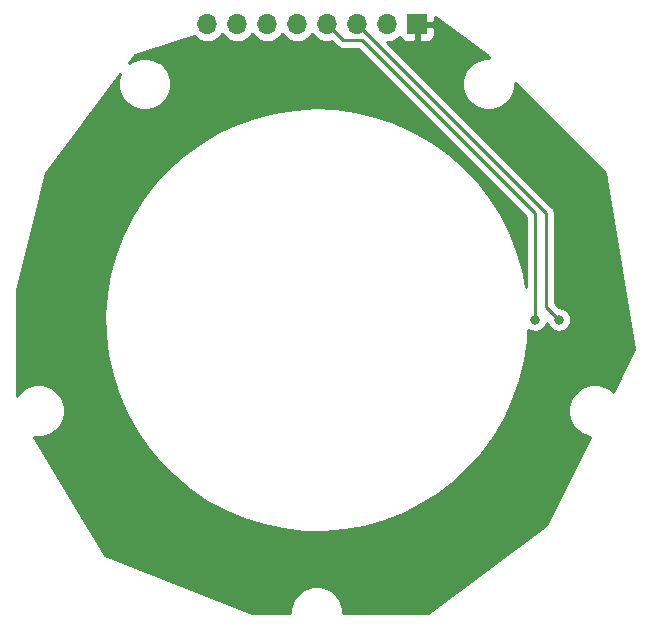
<source format=gbr>
G04 #@! TF.GenerationSoftware,KiCad,Pcbnew,5.0.2-bee76a0~70~ubuntu18.04.1*
G04 #@! TF.CreationDate,2019-08-19T12:56:06+02:00*
G04 #@! TF.ProjectId,roboy_3.0_40mm_ball_sensor,726f626f-795f-4332-9e30-5f34306d6d5f,rev?*
G04 #@! TF.SameCoordinates,Original*
G04 #@! TF.FileFunction,Copper,L2,Bot*
G04 #@! TF.FilePolarity,Positive*
%FSLAX46Y46*%
G04 Gerber Fmt 4.6, Leading zero omitted, Abs format (unit mm)*
G04 Created by KiCad (PCBNEW 5.0.2-bee76a0~70~ubuntu18.04.1) date Mo 19 Aug 2019 12:56:06 CEST*
%MOMM*%
%LPD*%
G01*
G04 APERTURE LIST*
G04 #@! TA.AperFunction,ComponentPad*
%ADD10R,1.700000X1.700000*%
G04 #@! TD*
G04 #@! TA.AperFunction,ComponentPad*
%ADD11O,1.700000X1.700000*%
G04 #@! TD*
G04 #@! TA.AperFunction,ViaPad*
%ADD12C,0.800000*%
G04 #@! TD*
G04 #@! TA.AperFunction,Conductor*
%ADD13C,0.250000*%
G04 #@! TD*
G04 #@! TA.AperFunction,Conductor*
%ADD14C,0.254000*%
G04 #@! TD*
G04 APERTURE END LIST*
D10*
G04 #@! TO.P,J1,1*
G04 #@! TO.N,GND*
X169000000Y-75000000D03*
D11*
G04 #@! TO.P,J1,2*
G04 #@! TO.N,+3V3*
X166460000Y-75000000D03*
G04 #@! TO.P,J1,3*
G04 #@! TO.N,/SDA_0*
X163920000Y-75000000D03*
G04 #@! TO.P,J1,4*
G04 #@! TO.N,/SCL_0*
X161380000Y-75000000D03*
G04 #@! TO.P,J1,5*
G04 #@! TO.N,/SDA_1*
X158840000Y-75000000D03*
G04 #@! TO.P,J1,6*
G04 #@! TO.N,/SCL_1*
X156300000Y-75000000D03*
G04 #@! TO.P,J1,7*
G04 #@! TO.N,/SDA_2*
X153760000Y-75000000D03*
G04 #@! TO.P,J1,8*
G04 #@! TO.N,/SCL_2*
X151220000Y-75000000D03*
G04 #@! TD*
D12*
G04 #@! TO.N,GND*
X183000000Y-101300000D03*
X178300000Y-107200000D03*
X148700000Y-86000000D03*
X142400000Y-85700000D03*
X143800000Y-116100000D03*
X153800000Y-117900000D03*
G04 #@! TO.N,/SCL_0*
X179000000Y-100000000D03*
G04 #@! TO.N,/SDA_0*
X181000000Y-100000000D03*
G04 #@! TD*
D13*
G04 #@! TO.N,/SCL_0*
X162690000Y-76310000D02*
X161380000Y-75000000D01*
X179000000Y-91000000D02*
X164310000Y-76310000D01*
X164310000Y-76310000D02*
X162690000Y-76310000D01*
X179000000Y-100000000D02*
X179000000Y-91000000D01*
G04 #@! TO.N,/SDA_0*
X163920000Y-75000000D02*
X179920000Y-91000000D01*
X179920000Y-91000000D02*
X179920000Y-98920000D01*
X179920000Y-98920000D02*
X181000000Y-100000000D01*
G04 #@! TD*
D14*
G04 #@! TO.N,GND*
G36*
X170788542Y-74520428D02*
X174916717Y-77596323D01*
X175127701Y-77807307D01*
X174829026Y-77807307D01*
X174397229Y-77893197D01*
X173990485Y-78061676D01*
X173624425Y-78306269D01*
X173313116Y-78617578D01*
X173068523Y-78983638D01*
X172900044Y-79390382D01*
X172814154Y-79822179D01*
X172814154Y-80262435D01*
X172900044Y-80694232D01*
X173068523Y-81100976D01*
X173313116Y-81467036D01*
X173624425Y-81778345D01*
X173990485Y-82022938D01*
X174397229Y-82191417D01*
X174829026Y-82277307D01*
X175269282Y-82277307D01*
X175701079Y-82191417D01*
X176107823Y-82022938D01*
X176473883Y-81778345D01*
X176785192Y-81467036D01*
X177029785Y-81100976D01*
X177198264Y-80694232D01*
X177284154Y-80262435D01*
X177284154Y-79963760D01*
X184881419Y-87561025D01*
X187367939Y-102480143D01*
X185567124Y-106081774D01*
X185465755Y-105980405D01*
X185099695Y-105735812D01*
X184692951Y-105567333D01*
X184261154Y-105481443D01*
X183820898Y-105481443D01*
X183389101Y-105567333D01*
X182982357Y-105735812D01*
X182616297Y-105980405D01*
X182304988Y-106291714D01*
X182060395Y-106657774D01*
X181891916Y-107064518D01*
X181806026Y-107496315D01*
X181806026Y-107936571D01*
X181891916Y-108368368D01*
X182060395Y-108775112D01*
X182304988Y-109141172D01*
X182616297Y-109452481D01*
X182982357Y-109697074D01*
X183389101Y-109865553D01*
X183649350Y-109917320D01*
X179899816Y-117416388D01*
X169957667Y-124873000D01*
X162735000Y-124873000D01*
X162735000Y-124599872D01*
X162649110Y-124168075D01*
X162480631Y-123761331D01*
X162236038Y-123395271D01*
X161924729Y-123083962D01*
X161558669Y-122839369D01*
X161151925Y-122670890D01*
X160720128Y-122585000D01*
X160279872Y-122585000D01*
X159848075Y-122670890D01*
X159441331Y-122839369D01*
X159075271Y-123083962D01*
X158763962Y-123395271D01*
X158519369Y-123761331D01*
X158350890Y-124168075D01*
X158265000Y-124599872D01*
X158265000Y-124873000D01*
X155024459Y-124873000D01*
X142586890Y-119897972D01*
X136602727Y-109924367D01*
X136738846Y-109951443D01*
X137179102Y-109951443D01*
X137610899Y-109865553D01*
X138017643Y-109697074D01*
X138383703Y-109452481D01*
X138695012Y-109141172D01*
X138939605Y-108775112D01*
X139108084Y-108368368D01*
X139193974Y-107936571D01*
X139193974Y-107496315D01*
X139108084Y-107064518D01*
X138939605Y-106657774D01*
X138695012Y-106291714D01*
X138383703Y-105980405D01*
X138017643Y-105735812D01*
X137610899Y-105567333D01*
X137179102Y-105481443D01*
X136738846Y-105481443D01*
X136307049Y-105567333D01*
X135900305Y-105735812D01*
X135534245Y-105980405D01*
X135222936Y-106291714D01*
X135127000Y-106435293D01*
X135127000Y-97515634D01*
X137616988Y-87555683D01*
X143876702Y-79209398D01*
X143801736Y-79390382D01*
X143715846Y-79822179D01*
X143715846Y-80262435D01*
X143801736Y-80694232D01*
X143970215Y-81100976D01*
X144214808Y-81467036D01*
X144526117Y-81778345D01*
X144892177Y-82022938D01*
X145298921Y-82191417D01*
X145730718Y-82277307D01*
X146170974Y-82277307D01*
X146602771Y-82191417D01*
X147009515Y-82022938D01*
X147375575Y-81778345D01*
X147686884Y-81467036D01*
X147931477Y-81100976D01*
X148099956Y-80694232D01*
X148185846Y-80262435D01*
X148185846Y-79822179D01*
X148099956Y-79390382D01*
X147931477Y-78983638D01*
X147686884Y-78617578D01*
X147375575Y-78306269D01*
X147009515Y-78061676D01*
X146602771Y-77893197D01*
X146170974Y-77807307D01*
X145730718Y-77807307D01*
X145298921Y-77893197D01*
X144892177Y-78061676D01*
X144582107Y-78268858D01*
X145077797Y-77607938D01*
X150072791Y-75942940D01*
X150164866Y-76055134D01*
X150390986Y-76240706D01*
X150648966Y-76378599D01*
X150928889Y-76463513D01*
X151147050Y-76485000D01*
X151292950Y-76485000D01*
X151511111Y-76463513D01*
X151791034Y-76378599D01*
X152049014Y-76240706D01*
X152275134Y-76055134D01*
X152460706Y-75829014D01*
X152490000Y-75774209D01*
X152519294Y-75829014D01*
X152704866Y-76055134D01*
X152930986Y-76240706D01*
X153188966Y-76378599D01*
X153468889Y-76463513D01*
X153687050Y-76485000D01*
X153832950Y-76485000D01*
X154051111Y-76463513D01*
X154331034Y-76378599D01*
X154589014Y-76240706D01*
X154815134Y-76055134D01*
X155000706Y-75829014D01*
X155030000Y-75774209D01*
X155059294Y-75829014D01*
X155244866Y-76055134D01*
X155470986Y-76240706D01*
X155728966Y-76378599D01*
X156008889Y-76463513D01*
X156227050Y-76485000D01*
X156372950Y-76485000D01*
X156591111Y-76463513D01*
X156871034Y-76378599D01*
X157129014Y-76240706D01*
X157355134Y-76055134D01*
X157540706Y-75829014D01*
X157570000Y-75774209D01*
X157599294Y-75829014D01*
X157784866Y-76055134D01*
X158010986Y-76240706D01*
X158268966Y-76378599D01*
X158548889Y-76463513D01*
X158767050Y-76485000D01*
X158912950Y-76485000D01*
X159131111Y-76463513D01*
X159411034Y-76378599D01*
X159669014Y-76240706D01*
X159895134Y-76055134D01*
X160080706Y-75829014D01*
X160110000Y-75774209D01*
X160139294Y-75829014D01*
X160324866Y-76055134D01*
X160550986Y-76240706D01*
X160808966Y-76378599D01*
X161088889Y-76463513D01*
X161307050Y-76485000D01*
X161452950Y-76485000D01*
X161671111Y-76463513D01*
X161745995Y-76440797D01*
X162126200Y-76821002D01*
X162149999Y-76850001D01*
X162265724Y-76944974D01*
X162397753Y-77015546D01*
X162541014Y-77059003D01*
X162652667Y-77070000D01*
X162652675Y-77070000D01*
X162690000Y-77073676D01*
X162727325Y-77070000D01*
X163995199Y-77070000D01*
X178240001Y-91314803D01*
X178240000Y-97199056D01*
X177975247Y-95804564D01*
X177492680Y-94148951D01*
X176853651Y-92547212D01*
X176064044Y-91014095D01*
X175131129Y-89563717D01*
X174063497Y-88209432D01*
X172870978Y-86963710D01*
X171564551Y-85838020D01*
X170156246Y-84842729D01*
X168659031Y-83987000D01*
X167086690Y-83278712D01*
X165453702Y-82724387D01*
X163775102Y-82329130D01*
X162066346Y-82096578D01*
X160343168Y-82028874D01*
X158621434Y-82126641D01*
X156916997Y-82388979D01*
X155245551Y-82813473D01*
X153622486Y-83396213D01*
X152062746Y-84131834D01*
X150580693Y-85013562D01*
X149189974Y-86033280D01*
X147903392Y-87181598D01*
X146732795Y-88447943D01*
X145688961Y-89820655D01*
X144781501Y-91287094D01*
X144018771Y-92833757D01*
X143407793Y-94446405D01*
X142954194Y-96110188D01*
X142662149Y-97809787D01*
X142534348Y-99529553D01*
X142571968Y-101253650D01*
X142774663Y-102966204D01*
X143140565Y-104651447D01*
X143666305Y-106293861D01*
X144347044Y-107878323D01*
X145176513Y-109390245D01*
X146147074Y-110815705D01*
X147249792Y-112141579D01*
X148474512Y-113355658D01*
X149809958Y-114446763D01*
X151243834Y-115404848D01*
X152762936Y-116221091D01*
X154353279Y-116887977D01*
X156000218Y-117399365D01*
X157688590Y-117750547D01*
X159402847Y-117938289D01*
X161127207Y-117960862D01*
X162845792Y-117818059D01*
X164542778Y-117511194D01*
X166202539Y-117043093D01*
X167809794Y-116418065D01*
X169349743Y-115641867D01*
X170808207Y-114721645D01*
X172171757Y-113665872D01*
X173427838Y-112484268D01*
X174564885Y-111187715D01*
X175572428Y-109788149D01*
X176441190Y-108298458D01*
X177163172Y-106732359D01*
X177731726Y-105104270D01*
X178141617Y-103429183D01*
X178389071Y-101722522D01*
X178430303Y-100864124D01*
X178509744Y-100917205D01*
X178698102Y-100995226D01*
X178898061Y-101035000D01*
X179101939Y-101035000D01*
X179301898Y-100995226D01*
X179490256Y-100917205D01*
X179659774Y-100803937D01*
X179803937Y-100659774D01*
X179917205Y-100490256D01*
X179995226Y-100301898D01*
X180000000Y-100277897D01*
X180004774Y-100301898D01*
X180082795Y-100490256D01*
X180196063Y-100659774D01*
X180340226Y-100803937D01*
X180509744Y-100917205D01*
X180698102Y-100995226D01*
X180898061Y-101035000D01*
X181101939Y-101035000D01*
X181301898Y-100995226D01*
X181490256Y-100917205D01*
X181659774Y-100803937D01*
X181803937Y-100659774D01*
X181917205Y-100490256D01*
X181995226Y-100301898D01*
X182035000Y-100101939D01*
X182035000Y-99898061D01*
X181995226Y-99698102D01*
X181917205Y-99509744D01*
X181803937Y-99340226D01*
X181659774Y-99196063D01*
X181490256Y-99082795D01*
X181301898Y-99004774D01*
X181101939Y-98965000D01*
X181039802Y-98965000D01*
X180680000Y-98605199D01*
X180680000Y-91037322D01*
X180683676Y-91000000D01*
X180680000Y-90962677D01*
X180680000Y-90962667D01*
X180669003Y-90851014D01*
X180625546Y-90707753D01*
X180554975Y-90575725D01*
X180554974Y-90575723D01*
X180483799Y-90488997D01*
X180460001Y-90459999D01*
X180431004Y-90436202D01*
X166479801Y-76485000D01*
X166532950Y-76485000D01*
X166751111Y-76463513D01*
X167031034Y-76378599D01*
X167289014Y-76240706D01*
X167515134Y-76055134D01*
X167537856Y-76027447D01*
X167539403Y-76035223D01*
X167587270Y-76150785D01*
X167656763Y-76254789D01*
X167745211Y-76343237D01*
X167849215Y-76412730D01*
X167964777Y-76460597D01*
X168087458Y-76485000D01*
X168714250Y-76485000D01*
X168873000Y-76326250D01*
X168873000Y-75127000D01*
X169127000Y-75127000D01*
X169127000Y-76326250D01*
X169285750Y-76485000D01*
X169912542Y-76485000D01*
X170035223Y-76460597D01*
X170150785Y-76412730D01*
X170254789Y-76343237D01*
X170343237Y-76254789D01*
X170412730Y-76150785D01*
X170460597Y-76035223D01*
X170485000Y-75912542D01*
X170485000Y-75285750D01*
X170326250Y-75127000D01*
X169127000Y-75127000D01*
X168873000Y-75127000D01*
X168853000Y-75127000D01*
X168853000Y-74873000D01*
X168873000Y-74873000D01*
X168873000Y-74853000D01*
X169127000Y-74853000D01*
X169127000Y-74873000D01*
X170326250Y-74873000D01*
X170485000Y-74714250D01*
X170485000Y-74389388D01*
X170788542Y-74520428D01*
X170788542Y-74520428D01*
G37*
X170788542Y-74520428D02*
X174916717Y-77596323D01*
X175127701Y-77807307D01*
X174829026Y-77807307D01*
X174397229Y-77893197D01*
X173990485Y-78061676D01*
X173624425Y-78306269D01*
X173313116Y-78617578D01*
X173068523Y-78983638D01*
X172900044Y-79390382D01*
X172814154Y-79822179D01*
X172814154Y-80262435D01*
X172900044Y-80694232D01*
X173068523Y-81100976D01*
X173313116Y-81467036D01*
X173624425Y-81778345D01*
X173990485Y-82022938D01*
X174397229Y-82191417D01*
X174829026Y-82277307D01*
X175269282Y-82277307D01*
X175701079Y-82191417D01*
X176107823Y-82022938D01*
X176473883Y-81778345D01*
X176785192Y-81467036D01*
X177029785Y-81100976D01*
X177198264Y-80694232D01*
X177284154Y-80262435D01*
X177284154Y-79963760D01*
X184881419Y-87561025D01*
X187367939Y-102480143D01*
X185567124Y-106081774D01*
X185465755Y-105980405D01*
X185099695Y-105735812D01*
X184692951Y-105567333D01*
X184261154Y-105481443D01*
X183820898Y-105481443D01*
X183389101Y-105567333D01*
X182982357Y-105735812D01*
X182616297Y-105980405D01*
X182304988Y-106291714D01*
X182060395Y-106657774D01*
X181891916Y-107064518D01*
X181806026Y-107496315D01*
X181806026Y-107936571D01*
X181891916Y-108368368D01*
X182060395Y-108775112D01*
X182304988Y-109141172D01*
X182616297Y-109452481D01*
X182982357Y-109697074D01*
X183389101Y-109865553D01*
X183649350Y-109917320D01*
X179899816Y-117416388D01*
X169957667Y-124873000D01*
X162735000Y-124873000D01*
X162735000Y-124599872D01*
X162649110Y-124168075D01*
X162480631Y-123761331D01*
X162236038Y-123395271D01*
X161924729Y-123083962D01*
X161558669Y-122839369D01*
X161151925Y-122670890D01*
X160720128Y-122585000D01*
X160279872Y-122585000D01*
X159848075Y-122670890D01*
X159441331Y-122839369D01*
X159075271Y-123083962D01*
X158763962Y-123395271D01*
X158519369Y-123761331D01*
X158350890Y-124168075D01*
X158265000Y-124599872D01*
X158265000Y-124873000D01*
X155024459Y-124873000D01*
X142586890Y-119897972D01*
X136602727Y-109924367D01*
X136738846Y-109951443D01*
X137179102Y-109951443D01*
X137610899Y-109865553D01*
X138017643Y-109697074D01*
X138383703Y-109452481D01*
X138695012Y-109141172D01*
X138939605Y-108775112D01*
X139108084Y-108368368D01*
X139193974Y-107936571D01*
X139193974Y-107496315D01*
X139108084Y-107064518D01*
X138939605Y-106657774D01*
X138695012Y-106291714D01*
X138383703Y-105980405D01*
X138017643Y-105735812D01*
X137610899Y-105567333D01*
X137179102Y-105481443D01*
X136738846Y-105481443D01*
X136307049Y-105567333D01*
X135900305Y-105735812D01*
X135534245Y-105980405D01*
X135222936Y-106291714D01*
X135127000Y-106435293D01*
X135127000Y-97515634D01*
X137616988Y-87555683D01*
X143876702Y-79209398D01*
X143801736Y-79390382D01*
X143715846Y-79822179D01*
X143715846Y-80262435D01*
X143801736Y-80694232D01*
X143970215Y-81100976D01*
X144214808Y-81467036D01*
X144526117Y-81778345D01*
X144892177Y-82022938D01*
X145298921Y-82191417D01*
X145730718Y-82277307D01*
X146170974Y-82277307D01*
X146602771Y-82191417D01*
X147009515Y-82022938D01*
X147375575Y-81778345D01*
X147686884Y-81467036D01*
X147931477Y-81100976D01*
X148099956Y-80694232D01*
X148185846Y-80262435D01*
X148185846Y-79822179D01*
X148099956Y-79390382D01*
X147931477Y-78983638D01*
X147686884Y-78617578D01*
X147375575Y-78306269D01*
X147009515Y-78061676D01*
X146602771Y-77893197D01*
X146170974Y-77807307D01*
X145730718Y-77807307D01*
X145298921Y-77893197D01*
X144892177Y-78061676D01*
X144582107Y-78268858D01*
X145077797Y-77607938D01*
X150072791Y-75942940D01*
X150164866Y-76055134D01*
X150390986Y-76240706D01*
X150648966Y-76378599D01*
X150928889Y-76463513D01*
X151147050Y-76485000D01*
X151292950Y-76485000D01*
X151511111Y-76463513D01*
X151791034Y-76378599D01*
X152049014Y-76240706D01*
X152275134Y-76055134D01*
X152460706Y-75829014D01*
X152490000Y-75774209D01*
X152519294Y-75829014D01*
X152704866Y-76055134D01*
X152930986Y-76240706D01*
X153188966Y-76378599D01*
X153468889Y-76463513D01*
X153687050Y-76485000D01*
X153832950Y-76485000D01*
X154051111Y-76463513D01*
X154331034Y-76378599D01*
X154589014Y-76240706D01*
X154815134Y-76055134D01*
X155000706Y-75829014D01*
X155030000Y-75774209D01*
X155059294Y-75829014D01*
X155244866Y-76055134D01*
X155470986Y-76240706D01*
X155728966Y-76378599D01*
X156008889Y-76463513D01*
X156227050Y-76485000D01*
X156372950Y-76485000D01*
X156591111Y-76463513D01*
X156871034Y-76378599D01*
X157129014Y-76240706D01*
X157355134Y-76055134D01*
X157540706Y-75829014D01*
X157570000Y-75774209D01*
X157599294Y-75829014D01*
X157784866Y-76055134D01*
X158010986Y-76240706D01*
X158268966Y-76378599D01*
X158548889Y-76463513D01*
X158767050Y-76485000D01*
X158912950Y-76485000D01*
X159131111Y-76463513D01*
X159411034Y-76378599D01*
X159669014Y-76240706D01*
X159895134Y-76055134D01*
X160080706Y-75829014D01*
X160110000Y-75774209D01*
X160139294Y-75829014D01*
X160324866Y-76055134D01*
X160550986Y-76240706D01*
X160808966Y-76378599D01*
X161088889Y-76463513D01*
X161307050Y-76485000D01*
X161452950Y-76485000D01*
X161671111Y-76463513D01*
X161745995Y-76440797D01*
X162126200Y-76821002D01*
X162149999Y-76850001D01*
X162265724Y-76944974D01*
X162397753Y-77015546D01*
X162541014Y-77059003D01*
X162652667Y-77070000D01*
X162652675Y-77070000D01*
X162690000Y-77073676D01*
X162727325Y-77070000D01*
X163995199Y-77070000D01*
X178240001Y-91314803D01*
X178240000Y-97199056D01*
X177975247Y-95804564D01*
X177492680Y-94148951D01*
X176853651Y-92547212D01*
X176064044Y-91014095D01*
X175131129Y-89563717D01*
X174063497Y-88209432D01*
X172870978Y-86963710D01*
X171564551Y-85838020D01*
X170156246Y-84842729D01*
X168659031Y-83987000D01*
X167086690Y-83278712D01*
X165453702Y-82724387D01*
X163775102Y-82329130D01*
X162066346Y-82096578D01*
X160343168Y-82028874D01*
X158621434Y-82126641D01*
X156916997Y-82388979D01*
X155245551Y-82813473D01*
X153622486Y-83396213D01*
X152062746Y-84131834D01*
X150580693Y-85013562D01*
X149189974Y-86033280D01*
X147903392Y-87181598D01*
X146732795Y-88447943D01*
X145688961Y-89820655D01*
X144781501Y-91287094D01*
X144018771Y-92833757D01*
X143407793Y-94446405D01*
X142954194Y-96110188D01*
X142662149Y-97809787D01*
X142534348Y-99529553D01*
X142571968Y-101253650D01*
X142774663Y-102966204D01*
X143140565Y-104651447D01*
X143666305Y-106293861D01*
X144347044Y-107878323D01*
X145176513Y-109390245D01*
X146147074Y-110815705D01*
X147249792Y-112141579D01*
X148474512Y-113355658D01*
X149809958Y-114446763D01*
X151243834Y-115404848D01*
X152762936Y-116221091D01*
X154353279Y-116887977D01*
X156000218Y-117399365D01*
X157688590Y-117750547D01*
X159402847Y-117938289D01*
X161127207Y-117960862D01*
X162845792Y-117818059D01*
X164542778Y-117511194D01*
X166202539Y-117043093D01*
X167809794Y-116418065D01*
X169349743Y-115641867D01*
X170808207Y-114721645D01*
X172171757Y-113665872D01*
X173427838Y-112484268D01*
X174564885Y-111187715D01*
X175572428Y-109788149D01*
X176441190Y-108298458D01*
X177163172Y-106732359D01*
X177731726Y-105104270D01*
X178141617Y-103429183D01*
X178389071Y-101722522D01*
X178430303Y-100864124D01*
X178509744Y-100917205D01*
X178698102Y-100995226D01*
X178898061Y-101035000D01*
X179101939Y-101035000D01*
X179301898Y-100995226D01*
X179490256Y-100917205D01*
X179659774Y-100803937D01*
X179803937Y-100659774D01*
X179917205Y-100490256D01*
X179995226Y-100301898D01*
X180000000Y-100277897D01*
X180004774Y-100301898D01*
X180082795Y-100490256D01*
X180196063Y-100659774D01*
X180340226Y-100803937D01*
X180509744Y-100917205D01*
X180698102Y-100995226D01*
X180898061Y-101035000D01*
X181101939Y-101035000D01*
X181301898Y-100995226D01*
X181490256Y-100917205D01*
X181659774Y-100803937D01*
X181803937Y-100659774D01*
X181917205Y-100490256D01*
X181995226Y-100301898D01*
X182035000Y-100101939D01*
X182035000Y-99898061D01*
X181995226Y-99698102D01*
X181917205Y-99509744D01*
X181803937Y-99340226D01*
X181659774Y-99196063D01*
X181490256Y-99082795D01*
X181301898Y-99004774D01*
X181101939Y-98965000D01*
X181039802Y-98965000D01*
X180680000Y-98605199D01*
X180680000Y-91037322D01*
X180683676Y-91000000D01*
X180680000Y-90962677D01*
X180680000Y-90962667D01*
X180669003Y-90851014D01*
X180625546Y-90707753D01*
X180554975Y-90575725D01*
X180554974Y-90575723D01*
X180483799Y-90488997D01*
X180460001Y-90459999D01*
X180431004Y-90436202D01*
X166479801Y-76485000D01*
X166532950Y-76485000D01*
X166751111Y-76463513D01*
X167031034Y-76378599D01*
X167289014Y-76240706D01*
X167515134Y-76055134D01*
X167537856Y-76027447D01*
X167539403Y-76035223D01*
X167587270Y-76150785D01*
X167656763Y-76254789D01*
X167745211Y-76343237D01*
X167849215Y-76412730D01*
X167964777Y-76460597D01*
X168087458Y-76485000D01*
X168714250Y-76485000D01*
X168873000Y-76326250D01*
X168873000Y-75127000D01*
X169127000Y-75127000D01*
X169127000Y-76326250D01*
X169285750Y-76485000D01*
X169912542Y-76485000D01*
X170035223Y-76460597D01*
X170150785Y-76412730D01*
X170254789Y-76343237D01*
X170343237Y-76254789D01*
X170412730Y-76150785D01*
X170460597Y-76035223D01*
X170485000Y-75912542D01*
X170485000Y-75285750D01*
X170326250Y-75127000D01*
X169127000Y-75127000D01*
X168873000Y-75127000D01*
X168853000Y-75127000D01*
X168853000Y-74873000D01*
X168873000Y-74873000D01*
X168873000Y-74853000D01*
X169127000Y-74853000D01*
X169127000Y-74873000D01*
X170326250Y-74873000D01*
X170485000Y-74714250D01*
X170485000Y-74389388D01*
X170788542Y-74520428D01*
G04 #@! TD*
M02*

</source>
